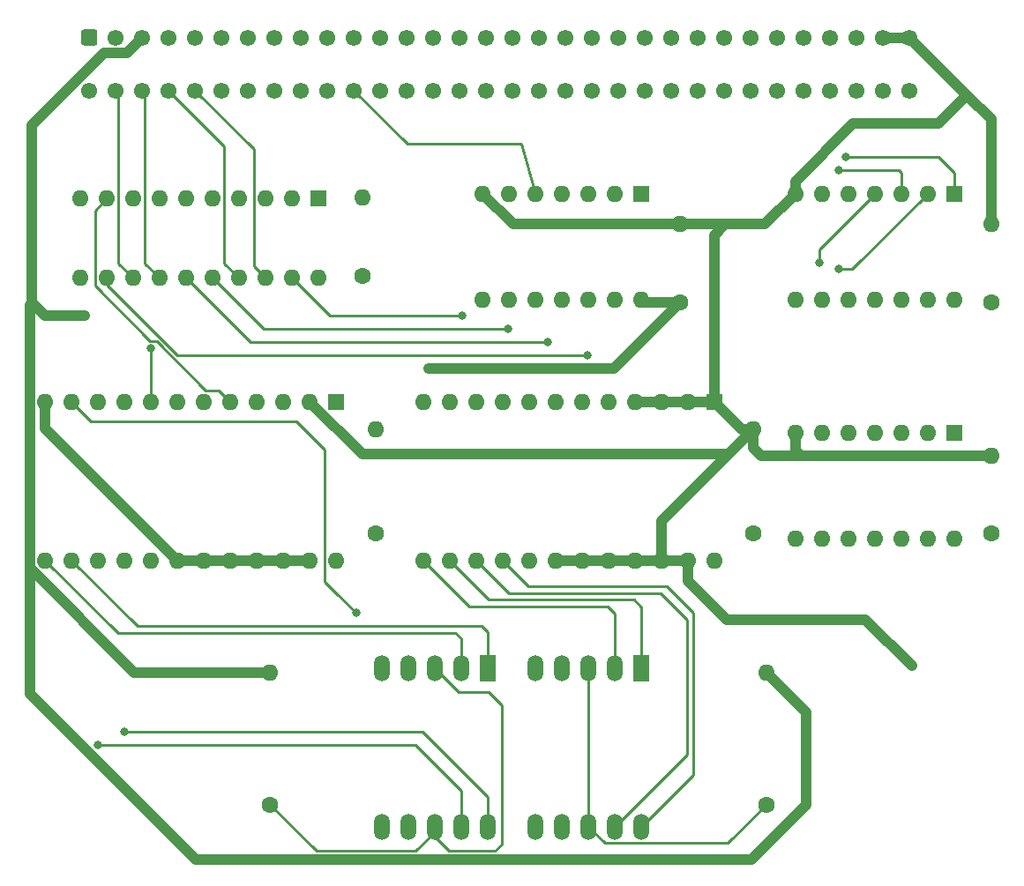
<source format=gbr>
%TF.GenerationSoftware,KiCad,Pcbnew,(5.1.12)-1*%
%TF.CreationDate,2022-04-03T13:26:01+02:00*%
%TF.ProjectId,ec1834-post,65633138-3334-42d7-906f-73742e6b6963,rev?*%
%TF.SameCoordinates,Original*%
%TF.FileFunction,Copper,L1,Top*%
%TF.FilePolarity,Positive*%
%FSLAX46Y46*%
G04 Gerber Fmt 4.6, Leading zero omitted, Abs format (unit mm)*
G04 Created by KiCad (PCBNEW (5.1.12)-1) date 2022-04-03 13:26:01*
%MOMM*%
%LPD*%
G01*
G04 APERTURE LIST*
%TA.AperFunction,ComponentPad*%
%ADD10O,1.600000X1.600000*%
%TD*%
%TA.AperFunction,ComponentPad*%
%ADD11C,1.600000*%
%TD*%
%TA.AperFunction,ComponentPad*%
%ADD12R,1.600000X1.600000*%
%TD*%
%TA.AperFunction,ComponentPad*%
%ADD13C,1.550000*%
%TD*%
%TA.AperFunction,ComponentPad*%
%ADD14R,1.524000X2.524000*%
%TD*%
%TA.AperFunction,ComponentPad*%
%ADD15O,1.524000X2.524000*%
%TD*%
%TA.AperFunction,ViaPad*%
%ADD16C,0.800000*%
%TD*%
%TA.AperFunction,Conductor*%
%ADD17C,0.250000*%
%TD*%
%TA.AperFunction,Conductor*%
%ADD18C,1.000000*%
%TD*%
G04 APERTURE END LIST*
D10*
%TO.P,C1,2*%
%TO.N,GND*%
X85725000Y-43935000D03*
D11*
%TO.P,C1,1*%
%TO.N,+5V*%
X85725000Y-51435000D03*
%TD*%
D10*
%TO.P,U2,14*%
%TO.N,+5V*%
X112000000Y-51160000D03*
%TO.P,U2,7*%
%TO.N,GND*%
X96760000Y-41000000D03*
%TO.P,U2,13*%
%TO.N,A0*%
X109460000Y-51160000D03*
%TO.P,U2,6*%
%TO.N,Net-(U2-Pad6)*%
X99300000Y-41000000D03*
%TO.P,U2,12*%
%TO.N,Net-(U2-Pad12)*%
X106920000Y-51160000D03*
%TO.P,U2,5*%
%TO.N,A7*%
X101840000Y-41000000D03*
%TO.P,U2,11*%
%TO.N,A1*%
X104380000Y-51160000D03*
%TO.P,U2,4*%
%TO.N,Net-(U2-Pad4)*%
X104380000Y-41000000D03*
%TO.P,U2,10*%
%TO.N,Net-(U2-Pad10)*%
X101840000Y-51160000D03*
%TO.P,U2,3*%
%TO.N,A4*%
X106920000Y-41000000D03*
%TO.P,U2,9*%
%TO.N,A2*%
X99300000Y-51160000D03*
%TO.P,U2,2*%
%TO.N,Net-(U2-Pad2)*%
X109460000Y-41000000D03*
%TO.P,U2,8*%
%TO.N,Net-(U2-Pad8)*%
X96760000Y-51160000D03*
D12*
%TO.P,U2,1*%
%TO.N,A3*%
X112000000Y-41000000D03*
%TD*%
D10*
%TO.P,U5,24*%
%TO.N,+5V*%
X52705000Y-76240000D03*
%TO.P,U5,12*%
%TO.N,GND*%
X24765000Y-61000000D03*
%TO.P,U5,23*%
X50165000Y-76240000D03*
%TO.P,U5,11*%
%TO.N,Net-(AFF2-Pad4)*%
X27305000Y-61000000D03*
%TO.P,U5,22*%
%TO.N,GND*%
X47625000Y-76240000D03*
%TO.P,U5,10*%
%TO.N,Net-(AFF2-Pad6)*%
X29845000Y-61000000D03*
%TO.P,U5,21*%
%TO.N,GND*%
X45085000Y-76240000D03*
%TO.P,U5,9*%
%TO.N,Net-(AFF2-Pad7)*%
X32385000Y-61000000D03*
%TO.P,U5,20*%
%TO.N,GND*%
X42545000Y-76240000D03*
%TO.P,U5,8*%
%TO.N,Net-(U4-Pad2)*%
X34925000Y-61000000D03*
%TO.P,U5,19*%
%TO.N,GND*%
X40005000Y-76240000D03*
%TO.P,U5,7*%
%TO.N,Net-(U4-Pad5)*%
X37465000Y-61000000D03*
%TO.P,U5,18*%
%TO.N,GND*%
X37465000Y-76240000D03*
%TO.P,U5,6*%
%TO.N,Net-(U4-Pad6)*%
X40005000Y-61000000D03*
%TO.P,U5,17*%
%TO.N,Net-(U5-Pad17)*%
X34925000Y-76240000D03*
%TO.P,U5,5*%
%TO.N,Net-(U4-Pad9)*%
X42545000Y-61000000D03*
%TO.P,U5,16*%
%TO.N,Net-(AFF2-Pad10)*%
X32385000Y-76240000D03*
%TO.P,U5,4*%
%TO.N,GND*%
X45085000Y-61000000D03*
%TO.P,U5,15*%
%TO.N,Net-(AFF2-Pad9)*%
X29845000Y-76240000D03*
%TO.P,U5,3*%
%TO.N,GND*%
X47625000Y-61000000D03*
%TO.P,U5,14*%
%TO.N,Net-(AFF2-Pad1)*%
X27305000Y-76240000D03*
%TO.P,U5,2*%
%TO.N,GND*%
X50165000Y-61000000D03*
%TO.P,U5,13*%
%TO.N,Net-(AFF2-Pad2)*%
X24765000Y-76240000D03*
D12*
%TO.P,U5,1*%
%TO.N,GND*%
X52705000Y-61000000D03*
%TD*%
D10*
%TO.P,C6,2*%
%TO.N,GND*%
X92710000Y-63660000D03*
D11*
%TO.P,C6,1*%
%TO.N,+5V*%
X92710000Y-73660000D03*
%TD*%
D10*
%TO.P,C5,2*%
%TO.N,GND*%
X56515000Y-63660000D03*
D11*
%TO.P,C5,1*%
%TO.N,+5V*%
X56515000Y-73660000D03*
%TD*%
D10*
%TO.P,C4,2*%
%TO.N,GND*%
X55245000Y-41395000D03*
D11*
%TO.P,C4,1*%
%TO.N,+5V*%
X55245000Y-48895000D03*
%TD*%
D10*
%TO.P,C3,2*%
%TO.N,GND*%
X115570000Y-66160000D03*
D11*
%TO.P,C3,1*%
%TO.N,+5V*%
X115570000Y-73660000D03*
%TD*%
D10*
%TO.P,C2,2*%
%TO.N,GND*%
X115570000Y-43935000D03*
D11*
%TO.P,C2,1*%
%TO.N,+5V*%
X115570000Y-51435000D03*
%TD*%
D10*
%TO.P,U1,14*%
%TO.N,+5V*%
X82000000Y-51160000D03*
%TO.P,U1,7*%
%TO.N,GND*%
X66760000Y-41000000D03*
%TO.P,U1,13*%
%TO.N,Net-(U1-Pad13)*%
X79460000Y-51160000D03*
%TO.P,U1,6*%
%TO.N,Net-(U1-Pad10)*%
X69300000Y-41000000D03*
%TO.P,U1,12*%
%TO.N,Net-(U1-Pad12)*%
X76920000Y-51160000D03*
%TO.P,U1,5*%
%TO.N,AEN*%
X71840000Y-41000000D03*
%TO.P,U1,11*%
%TO.N,Net-(U1-Pad11)*%
X74380000Y-51160000D03*
%TO.P,U1,4*%
X74380000Y-41000000D03*
%TO.P,U1,10*%
%TO.N,Net-(U1-Pad10)*%
X71840000Y-51160000D03*
%TO.P,U1,3*%
%TO.N,Net-(U1-Pad13)*%
X76920000Y-41000000D03*
%TO.P,U1,9*%
%TO.N,IOW*%
X69300000Y-51160000D03*
%TO.P,U1,2*%
%TO.N,A9*%
X79460000Y-41000000D03*
%TO.P,U1,8*%
%TO.N,Net-(U1-Pad8)*%
X66760000Y-51160000D03*
D12*
%TO.P,U1,1*%
%TO.N,A8*%
X82000000Y-41000000D03*
%TD*%
D10*
%TO.P,U4,20*%
%TO.N,+5V*%
X51000000Y-49105000D03*
%TO.P,U4,10*%
%TO.N,GND*%
X28140000Y-41485000D03*
%TO.P,U4,19*%
%TO.N,Net-(U4-Pad19)*%
X48460000Y-49105000D03*
%TO.P,U4,9*%
%TO.N,Net-(U4-Pad9)*%
X30680000Y-41485000D03*
%TO.P,U4,18*%
%TO.N,D4*%
X45920000Y-49105000D03*
%TO.P,U4,8*%
%TO.N,D3*%
X33220000Y-41485000D03*
%TO.P,U4,17*%
%TO.N,D5*%
X43380000Y-49105000D03*
%TO.P,U4,7*%
%TO.N,D2*%
X35760000Y-41485000D03*
%TO.P,U4,16*%
%TO.N,Net-(U4-Pad16)*%
X40840000Y-49105000D03*
%TO.P,U4,6*%
%TO.N,Net-(U4-Pad6)*%
X38300000Y-41485000D03*
%TO.P,U4,15*%
%TO.N,Net-(U4-Pad15)*%
X38300000Y-49105000D03*
%TO.P,U4,5*%
%TO.N,Net-(U4-Pad5)*%
X40840000Y-41485000D03*
%TO.P,U4,14*%
%TO.N,D6*%
X35760000Y-49105000D03*
%TO.P,U4,4*%
%TO.N,D1*%
X43380000Y-41485000D03*
%TO.P,U4,13*%
%TO.N,D7*%
X33220000Y-49105000D03*
%TO.P,U4,3*%
%TO.N,D0*%
X45920000Y-41485000D03*
%TO.P,U4,12*%
%TO.N,Net-(U4-Pad12)*%
X30680000Y-49105000D03*
%TO.P,U4,2*%
%TO.N,Net-(U4-Pad2)*%
X48460000Y-41485000D03*
%TO.P,U4,11*%
%TO.N,Net-(U1-Pad8)*%
X28140000Y-49105000D03*
D12*
%TO.P,U4,1*%
%TO.N,GND*%
X51000000Y-41485000D03*
%TD*%
D13*
%TO.P,U0,c32*%
%TO.N,Net-(U0-Padc32)*%
X107740000Y-31080000D03*
%TO.P,U0,c31*%
%TO.N,A0*%
X105200000Y-31080000D03*
%TO.P,U0,c30*%
%TO.N,A1*%
X102660000Y-31080000D03*
%TO.P,U0,c29*%
%TO.N,A2*%
X100120000Y-31080000D03*
%TO.P,U0,c28*%
%TO.N,A3*%
X97580000Y-31080000D03*
%TO.P,U0,c27*%
%TO.N,A4*%
X95040000Y-31080000D03*
%TO.P,U0,c26*%
%TO.N,A5*%
X92500000Y-31080000D03*
%TO.P,U0,c25*%
%TO.N,A6*%
X89960000Y-31080000D03*
%TO.P,U0,c24*%
%TO.N,A7*%
X87420000Y-31080000D03*
%TO.P,U0,c23*%
%TO.N,A8*%
X84880000Y-31080000D03*
%TO.P,U0,c22*%
%TO.N,A9*%
X82340000Y-31080000D03*
%TO.P,U0,c21*%
%TO.N,Net-(U0-Padc21)*%
X79800000Y-31080000D03*
%TO.P,U0,c20*%
%TO.N,Net-(U0-Padc20)*%
X77260000Y-31080000D03*
%TO.P,U0,c19*%
%TO.N,Net-(U0-Padc19)*%
X74720000Y-31080000D03*
%TO.P,U0,c18*%
%TO.N,Net-(U0-Padc18)*%
X72180000Y-31080000D03*
%TO.P,U0,c17*%
%TO.N,Net-(U0-Padc17)*%
X69640000Y-31080000D03*
%TO.P,U0,c16*%
%TO.N,Net-(U0-Padc16)*%
X67100000Y-31080000D03*
%TO.P,U0,c15*%
%TO.N,Net-(U0-Padc15)*%
X64560000Y-31080000D03*
%TO.P,U0,c14*%
%TO.N,Net-(U0-Padc14)*%
X62020000Y-31080000D03*
%TO.P,U0,c13*%
%TO.N,Net-(U0-Padc13)*%
X59480000Y-31080000D03*
%TO.P,U0,c12*%
%TO.N,Net-(U0-Padc12)*%
X56940000Y-31080000D03*
%TO.P,U0,c11*%
%TO.N,AEN*%
X54400000Y-31080000D03*
%TO.P,U0,c10*%
%TO.N,Net-(U0-Padc10)*%
X51860000Y-31080000D03*
%TO.P,U0,c9*%
%TO.N,D0*%
X49320000Y-31080000D03*
%TO.P,U0,c8*%
%TO.N,D1*%
X46780000Y-31080000D03*
%TO.P,U0,c7*%
%TO.N,D2*%
X44240000Y-31080000D03*
%TO.P,U0,c6*%
%TO.N,D3*%
X41700000Y-31080000D03*
%TO.P,U0,c5*%
%TO.N,D4*%
X39160000Y-31080000D03*
%TO.P,U0,c4*%
%TO.N,D5*%
X36620000Y-31080000D03*
%TO.P,U0,c3*%
%TO.N,D6*%
X34080000Y-31080000D03*
%TO.P,U0,c2*%
%TO.N,D7*%
X31540000Y-31080000D03*
%TO.P,U0,c1*%
%TO.N,Net-(U0-Padc1)*%
X29000000Y-31080000D03*
%TO.P,U0,a32*%
%TO.N,GND*%
X107740000Y-26000000D03*
%TO.P,U0,a31*%
X105200000Y-26000000D03*
%TO.P,U0,a30*%
%TO.N,Net-(U0-Pada30)*%
X102660000Y-26000000D03*
%TO.P,U0,a29*%
%TO.N,Net-(U0-Pada29)*%
X100120000Y-26000000D03*
%TO.P,U0,a28*%
%TO.N,Net-(U0-Pada28)*%
X97580000Y-26000000D03*
%TO.P,U0,a27*%
%TO.N,Net-(U0-Pada27)*%
X95040000Y-26000000D03*
%TO.P,U0,a26*%
%TO.N,Net-(U0-Pada26)*%
X92500000Y-26000000D03*
%TO.P,U0,a25*%
%TO.N,Net-(U0-Pada25)*%
X89960000Y-26000000D03*
%TO.P,U0,a24*%
%TO.N,Net-(U0-Pada24)*%
X87420000Y-26000000D03*
%TO.P,U0,a23*%
%TO.N,Net-(U0-Pada23)*%
X84880000Y-26000000D03*
%TO.P,U0,a22*%
%TO.N,Net-(U0-Pada22)*%
X82340000Y-26000000D03*
%TO.P,U0,a21*%
%TO.N,Net-(U0-Pada21)*%
X79800000Y-26000000D03*
%TO.P,U0,a20*%
%TO.N,Net-(U0-Pada20)*%
X77260000Y-26000000D03*
%TO.P,U0,a19*%
%TO.N,Net-(U0-Pada19)*%
X74720000Y-26000000D03*
%TO.P,U0,a18*%
%TO.N,Net-(U0-Pada18)*%
X72180000Y-26000000D03*
%TO.P,U0,a17*%
%TO.N,Net-(U0-Pada17)*%
X69640000Y-26000000D03*
%TO.P,U0,a16*%
%TO.N,Net-(U0-Pada16)*%
X67100000Y-26000000D03*
%TO.P,U0,a15*%
%TO.N,Net-(U0-Pada15)*%
X64560000Y-26000000D03*
%TO.P,U0,a14*%
%TO.N,Net-(U0-Pada14)*%
X62020000Y-26000000D03*
%TO.P,U0,a13*%
%TO.N,IOW*%
X59480000Y-26000000D03*
%TO.P,U0,a12*%
%TO.N,Net-(U0-Pada12)*%
X56940000Y-26000000D03*
%TO.P,U0,a11*%
%TO.N,Net-(U0-Pada11)*%
X54400000Y-26000000D03*
%TO.P,U0,a10*%
%TO.N,Net-(U0-Pada10)*%
X51860000Y-26000000D03*
%TO.P,U0,a9*%
%TO.N,Net-(U0-Pada9)*%
X49320000Y-26000000D03*
%TO.P,U0,a8*%
%TO.N,Net-(U0-Pada8)*%
X46780000Y-26000000D03*
%TO.P,U0,a7*%
%TO.N,Net-(U0-Pada7)*%
X44240000Y-26000000D03*
%TO.P,U0,a6*%
%TO.N,Net-(U0-Pada6)*%
X41700000Y-26000000D03*
%TO.P,U0,a5*%
%TO.N,Net-(U0-Pada5)*%
X39160000Y-26000000D03*
%TO.P,U0,a4*%
%TO.N,Net-(U0-Pada4)*%
X36620000Y-26000000D03*
%TO.P,U0,a3*%
%TO.N,+5V*%
X34080000Y-26000000D03*
%TO.P,U0,a2*%
%TO.N,Net-(U0-Pada2)*%
X31540000Y-26000000D03*
%TO.P,U0,a1*%
%TO.N,GND*%
%TA.AperFunction,ComponentPad*%
G36*
G01*
X28225000Y-26525002D02*
X28225000Y-25474998D01*
G75*
G02*
X28474998Y-25225000I249998J0D01*
G01*
X29525002Y-25225000D01*
G75*
G02*
X29775000Y-25474998I0J-249998D01*
G01*
X29775000Y-26525002D01*
G75*
G02*
X29525002Y-26775000I-249998J0D01*
G01*
X28474998Y-26775000D01*
G75*
G02*
X28225000Y-26525002I0J249998D01*
G01*
G37*
%TD.AperFunction*%
%TD*%
D10*
%TO.P,U6,24*%
%TO.N,+5V*%
X89000000Y-76240000D03*
%TO.P,U6,12*%
%TO.N,GND*%
X61060000Y-61000000D03*
%TO.P,U6,23*%
X86460000Y-76240000D03*
%TO.P,U6,11*%
%TO.N,Net-(AFF1-Pad4)*%
X63600000Y-61000000D03*
%TO.P,U6,22*%
%TO.N,GND*%
X83920000Y-76240000D03*
%TO.P,U6,10*%
%TO.N,Net-(AFF1-Pad6)*%
X66140000Y-61000000D03*
%TO.P,U6,21*%
%TO.N,GND*%
X81380000Y-76240000D03*
%TO.P,U6,9*%
%TO.N,Net-(AFF1-Pad7)*%
X68680000Y-61000000D03*
%TO.P,U6,20*%
%TO.N,GND*%
X78840000Y-76240000D03*
%TO.P,U6,8*%
%TO.N,Net-(U4-Pad19)*%
X71220000Y-61000000D03*
%TO.P,U6,19*%
%TO.N,GND*%
X76300000Y-76240000D03*
%TO.P,U6,7*%
%TO.N,Net-(U4-Pad16)*%
X73760000Y-61000000D03*
%TO.P,U6,18*%
%TO.N,GND*%
X73760000Y-76240000D03*
%TO.P,U6,6*%
%TO.N,Net-(U4-Pad15)*%
X76300000Y-61000000D03*
%TO.P,U6,17*%
%TO.N,Net-(U6-Pad17)*%
X71220000Y-76240000D03*
%TO.P,U6,5*%
%TO.N,Net-(U4-Pad12)*%
X78840000Y-61000000D03*
%TO.P,U6,16*%
%TO.N,Net-(AFF1-Pad10)*%
X68680000Y-76240000D03*
%TO.P,U6,4*%
%TO.N,GND*%
X81380000Y-61000000D03*
%TO.P,U6,15*%
%TO.N,Net-(AFF1-Pad9)*%
X66140000Y-76240000D03*
%TO.P,U6,3*%
%TO.N,GND*%
X83920000Y-61000000D03*
%TO.P,U6,14*%
%TO.N,Net-(AFF1-Pad1)*%
X63600000Y-76240000D03*
%TO.P,U6,2*%
%TO.N,GND*%
X86460000Y-61000000D03*
%TO.P,U6,13*%
%TO.N,Net-(AFF1-Pad2)*%
X61060000Y-76240000D03*
D12*
%TO.P,U6,1*%
%TO.N,GND*%
X89000000Y-61000000D03*
%TD*%
D10*
%TO.P,U3,14*%
%TO.N,+5V*%
X112000000Y-74160000D03*
%TO.P,U3,7*%
%TO.N,GND*%
X96760000Y-64000000D03*
%TO.P,U3,13*%
%TO.N,N/C*%
X109460000Y-74160000D03*
%TO.P,U3,6*%
%TO.N,Net-(U2-Pad6)*%
X99300000Y-64000000D03*
%TO.P,U3,12*%
%TO.N,A5*%
X106920000Y-74160000D03*
%TO.P,U3,5*%
%TO.N,Net-(U2-Pad4)*%
X101840000Y-64000000D03*
%TO.P,U3,11*%
%TO.N,A6*%
X104380000Y-74160000D03*
%TO.P,U3,4*%
%TO.N,Net-(U2-Pad2)*%
X104380000Y-64000000D03*
%TO.P,U3,10*%
%TO.N,N/C*%
X101840000Y-74160000D03*
%TO.P,U3,3*%
%TO.N,Net-(U2-Pad8)*%
X106920000Y-64000000D03*
%TO.P,U3,9*%
%TO.N,N/C*%
X99300000Y-74160000D03*
%TO.P,U3,2*%
%TO.N,Net-(U2-Pad10)*%
X109460000Y-64000000D03*
%TO.P,U3,8*%
%TO.N,Net-(U1-Pad12)*%
X96760000Y-74160000D03*
D12*
%TO.P,U3,1*%
%TO.N,Net-(U2-Pad12)*%
X112000000Y-64000000D03*
%TD*%
D10*
%TO.P,R2,2*%
%TO.N,+5V*%
X93980000Y-86995000D03*
D11*
%TO.P,R2,1*%
%TO.N,Net-(AFF1-Pad3)*%
X93980000Y-99695000D03*
%TD*%
D10*
%TO.P,R1,2*%
%TO.N,+5V*%
X46355000Y-86995000D03*
D11*
%TO.P,R1,1*%
%TO.N,Net-(AFF2-Pad3)*%
X46355000Y-99695000D03*
%TD*%
D14*
%TO.P,AFF2,1*%
%TO.N,Net-(AFF2-Pad1)*%
X67210000Y-86555000D03*
D15*
%TO.P,AFF2,2*%
%TO.N,Net-(AFF2-Pad2)*%
X64670000Y-86555000D03*
%TO.P,AFF2,3*%
%TO.N,Net-(AFF2-Pad3)*%
X62130000Y-86555000D03*
%TO.P,AFF2,4*%
%TO.N,Net-(AFF2-Pad4)*%
X59590000Y-86555000D03*
%TO.P,AFF2,5*%
%TO.N,Net-(AFF2-Pad5)*%
X57050000Y-86555000D03*
%TO.P,AFF2,6*%
%TO.N,Net-(AFF2-Pad6)*%
X57050000Y-101795000D03*
%TO.P,AFF2,7*%
%TO.N,Net-(AFF2-Pad7)*%
X59590000Y-101795000D03*
%TO.P,AFF2,8*%
%TO.N,Net-(AFF2-Pad3)*%
X62130000Y-101795000D03*
%TO.P,AFF2,9*%
%TO.N,Net-(AFF2-Pad9)*%
X64670000Y-101795000D03*
%TO.P,AFF2,10*%
%TO.N,Net-(AFF2-Pad10)*%
X67210000Y-101795000D03*
%TD*%
D14*
%TO.P,AFF1,1*%
%TO.N,Net-(AFF1-Pad1)*%
X82000000Y-86555000D03*
D15*
%TO.P,AFF1,2*%
%TO.N,Net-(AFF1-Pad2)*%
X79460000Y-86555000D03*
%TO.P,AFF1,3*%
%TO.N,Net-(AFF1-Pad3)*%
X76920000Y-86555000D03*
%TO.P,AFF1,4*%
%TO.N,Net-(AFF1-Pad4)*%
X74380000Y-86555000D03*
%TO.P,AFF1,5*%
%TO.N,Net-(AFF1-Pad5)*%
X71840000Y-86555000D03*
%TO.P,AFF1,6*%
%TO.N,Net-(AFF1-Pad6)*%
X71840000Y-101795000D03*
%TO.P,AFF1,7*%
%TO.N,Net-(AFF1-Pad7)*%
X74380000Y-101795000D03*
%TO.P,AFF1,8*%
%TO.N,Net-(AFF1-Pad3)*%
X76920000Y-101795000D03*
%TO.P,AFF1,9*%
%TO.N,Net-(AFF1-Pad9)*%
X79460000Y-101795000D03*
%TO.P,AFF1,10*%
%TO.N,Net-(AFF1-Pad10)*%
X82000000Y-101795000D03*
%TD*%
D16*
%TO.N,Net-(AFF2-Pad4)*%
X54610000Y-81280000D03*
%TO.N,Net-(AFF2-Pad9)*%
X29845000Y-93980000D03*
%TO.N,Net-(AFF2-Pad10)*%
X32385000Y-92710000D03*
%TO.N,+5V*%
X28575000Y-52705000D03*
X61595000Y-57785000D03*
%TO.N,A3*%
X101600000Y-37465000D03*
%TO.N,A4*%
X100965000Y-38735000D03*
%TO.N,GND*%
X107950000Y-86360000D03*
X99060000Y-81915000D03*
%TO.N,Net-(U2-Pad4)*%
X99060000Y-47625000D03*
%TO.N,Net-(U2-Pad2)*%
X100965000Y-48260000D03*
%TO.N,Net-(U4-Pad19)*%
X64770000Y-52705000D03*
%TO.N,Net-(U4-Pad16)*%
X69215000Y-53975000D03*
%TO.N,Net-(U4-Pad15)*%
X73025000Y-55245000D03*
%TO.N,Net-(U4-Pad12)*%
X76835000Y-56515000D03*
%TO.N,Net-(U4-Pad2)*%
X34925000Y-55880000D03*
%TD*%
D17*
%TO.N,Net-(AFF1-Pad1)*%
X67370705Y-80010705D02*
X80645000Y-80010000D01*
X63600000Y-76240000D02*
X67370705Y-80010705D01*
X80645000Y-80010000D02*
X81280000Y-80010000D01*
X82000000Y-80730000D02*
X82000000Y-86555000D01*
X81280000Y-80010000D02*
X82000000Y-80730000D01*
%TO.N,Net-(AFF1-Pad2)*%
X61060000Y-76240000D02*
X65465000Y-80645000D01*
X65465000Y-80645000D02*
X78740000Y-80645000D01*
X79460000Y-81365000D02*
X79460000Y-86555000D01*
X78740000Y-80645000D02*
X79460000Y-81365000D01*
%TO.N,Net-(AFF1-Pad3)*%
X76920000Y-86555000D02*
X76920000Y-101795000D01*
X90292990Y-103382010D02*
X93980000Y-99695000D01*
X78507010Y-103382010D02*
X90292990Y-103382010D01*
X76920000Y-101795000D02*
X78507010Y-103382010D01*
%TO.N,Net-(AFF1-Pad9)*%
X66140000Y-76240000D02*
X69275000Y-79375000D01*
X69275000Y-79375000D02*
X83820000Y-79375000D01*
X83820000Y-79375000D02*
X86360000Y-81915000D01*
X86360000Y-94895000D02*
X79460000Y-101795000D01*
X86360000Y-81915000D02*
X86360000Y-94895000D01*
%TO.N,Net-(AFF1-Pad10)*%
X68680000Y-76240000D02*
X71180000Y-78740000D01*
X71180000Y-78740000D02*
X84455000Y-78740000D01*
X84455000Y-78740000D02*
X86995000Y-81280000D01*
X86995000Y-96800000D02*
X82000000Y-101795000D01*
X86995000Y-81280000D02*
X86995000Y-96800000D01*
%TO.N,Net-(AFF2-Pad1)*%
X33655000Y-82550000D02*
X27305000Y-76240000D01*
X66675000Y-82550000D02*
X33655000Y-82550000D01*
X67210000Y-83085000D02*
X66675000Y-82550000D01*
X67210000Y-86555000D02*
X67210000Y-83085000D01*
%TO.N,Net-(AFF2-Pad2)*%
X64670000Y-83720000D02*
X64670000Y-86555000D01*
X31750000Y-83185000D02*
X64135000Y-83185000D01*
X64135000Y-83185000D02*
X64670000Y-83720000D01*
X24765000Y-76240000D02*
X31750000Y-83185000D01*
%TO.N,Net-(AFF2-Pad3)*%
X62130000Y-101795000D02*
X62130000Y-102335000D01*
X62130000Y-102335000D02*
X60325000Y-104140000D01*
X50800000Y-104140000D02*
X46355000Y-99695000D01*
X60325000Y-104140000D02*
X50800000Y-104140000D01*
X68580000Y-90170000D02*
X67310000Y-88900000D01*
X64475000Y-88900000D02*
X62130000Y-86555000D01*
X67945000Y-104140000D02*
X68580000Y-103505000D01*
X63500000Y-104140000D02*
X67945000Y-104140000D01*
X68580000Y-103505000D02*
X68580000Y-90170000D01*
X62130000Y-102770000D02*
X63500000Y-104140000D01*
X67310000Y-88900000D02*
X64475000Y-88900000D01*
X62130000Y-101795000D02*
X62130000Y-102770000D01*
%TO.N,Net-(AFF2-Pad4)*%
X27305000Y-61000000D02*
X29170000Y-62865000D01*
X29170000Y-62865000D02*
X48895000Y-62865000D01*
X51579999Y-65549999D02*
X51579999Y-78249999D01*
X48895000Y-62865000D02*
X51579999Y-65549999D01*
X51579999Y-78249999D02*
X52705000Y-79375000D01*
X52705000Y-79375000D02*
X52705000Y-79375000D01*
X52705000Y-79375000D02*
X54610000Y-81280000D01*
%TO.N,Net-(AFF2-Pad9)*%
X60325000Y-93980000D02*
X29845000Y-93980000D01*
X64670000Y-98325000D02*
X60325000Y-93980000D01*
X64670000Y-101795000D02*
X64670000Y-98325000D01*
%TO.N,Net-(AFF2-Pad10)*%
X60960000Y-92710000D02*
X32385000Y-92710000D01*
X67210000Y-98960000D02*
X60960000Y-92710000D01*
X67210000Y-101795000D02*
X67210000Y-98960000D01*
D18*
%TO.N,+5V*%
X23495000Y-34401998D02*
X23495000Y-50165000D01*
X30421988Y-27475010D02*
X23495000Y-34401998D01*
X32604990Y-27475010D02*
X30421988Y-27475010D01*
X34080000Y-26000000D02*
X32604990Y-27475010D01*
X23495000Y-50165000D02*
X23495000Y-51435000D01*
X23495000Y-51435000D02*
X24765000Y-52705000D01*
X24765000Y-52705000D02*
X28575000Y-52705000D01*
X28575000Y-52705000D02*
X28575000Y-52705000D01*
X33299998Y-86995000D02*
X46355000Y-86995000D01*
X23264999Y-76960001D02*
X33299998Y-86995000D01*
X23264999Y-51665001D02*
X23264999Y-76960001D01*
X23495000Y-51435000D02*
X23264999Y-51665001D01*
X92519990Y-104965010D02*
X97790000Y-99695000D01*
X97790000Y-90805000D02*
X93980000Y-86995000D01*
X39202008Y-104965010D02*
X92519990Y-104965010D01*
X97790000Y-99695000D02*
X97790000Y-90805000D01*
X23264999Y-89028001D02*
X39202008Y-104965010D01*
X23264999Y-76960001D02*
X23264999Y-89028001D01*
X79375000Y-57785000D02*
X85725000Y-51435000D01*
X61595000Y-57785000D02*
X79375000Y-57785000D01*
X82275000Y-51435000D02*
X82000000Y-51160000D01*
X85725000Y-51435000D02*
X82275000Y-51435000D01*
D17*
%TO.N,A1*%
X102660000Y-31080000D02*
X102965001Y-31385001D01*
%TO.N,A2*%
X100120000Y-31080000D02*
X100425001Y-31385001D01*
%TO.N,A3*%
X111760000Y-38735000D02*
X111760000Y-38735000D01*
X110490000Y-37465000D02*
X101600000Y-37465000D01*
X112000000Y-38975000D02*
X110490000Y-37465000D01*
X112000000Y-41000000D02*
X112000000Y-38975000D01*
%TO.N,A4*%
X106920000Y-41000000D02*
X106920000Y-38975000D01*
X106920000Y-38975000D02*
X106680000Y-38735000D01*
X106680000Y-38735000D02*
X106680000Y-38735000D01*
X106680000Y-38735000D02*
X100965000Y-38735000D01*
%TO.N,AEN*%
X70485000Y-36195000D02*
X71840000Y-41000000D01*
X59515000Y-36195000D02*
X70485000Y-36195000D01*
X54400000Y-31080000D02*
X59515000Y-36195000D01*
%TO.N,D4*%
X44794999Y-47979999D02*
X45920000Y-49105000D01*
X44794999Y-36714999D02*
X44794999Y-47979999D01*
X39160000Y-31080000D02*
X44794999Y-36714999D01*
%TO.N,D5*%
X41965001Y-47690001D02*
X43380000Y-49105000D01*
X41965001Y-36425001D02*
X41965001Y-47690001D01*
X36620000Y-31080000D02*
X41965001Y-36425001D01*
%TO.N,D6*%
X34345001Y-47690001D02*
X35760000Y-49105000D01*
X34345001Y-31345001D02*
X34345001Y-47690001D01*
X34080000Y-31080000D02*
X34345001Y-31345001D01*
%TO.N,D7*%
X31805001Y-47690001D02*
X33220000Y-49105000D01*
X31805001Y-31345001D02*
X31805001Y-47690001D01*
X31540000Y-31080000D02*
X31805001Y-31345001D01*
D18*
%TO.N,GND*%
X24765000Y-63540000D02*
X37465000Y-76240000D01*
X24765000Y-61000000D02*
X24765000Y-63540000D01*
X37465000Y-76240000D02*
X40005000Y-76240000D01*
X40005000Y-76240000D02*
X42545000Y-76240000D01*
X42545000Y-76240000D02*
X45085000Y-76240000D01*
X45085000Y-76240000D02*
X47625000Y-76240000D01*
X47625000Y-76240000D02*
X50165000Y-76240000D01*
X50165000Y-61000000D02*
X55205000Y-66040000D01*
X90330000Y-66040000D02*
X92710000Y-63660000D01*
X55205000Y-66040000D02*
X90330000Y-66040000D01*
X91660000Y-63660000D02*
X89000000Y-61000000D01*
X92710000Y-63660000D02*
X91660000Y-63660000D01*
X89000000Y-61000000D02*
X86460000Y-61000000D01*
X83920000Y-61000000D02*
X81380000Y-61000000D01*
X92710000Y-63660000D02*
X92710000Y-65405000D01*
X92710000Y-65405000D02*
X93465000Y-66160000D01*
X96760000Y-65645000D02*
X97275000Y-66160000D01*
X96760000Y-64000000D02*
X96760000Y-65645000D01*
X93465000Y-66160000D02*
X97275000Y-66160000D01*
X115570000Y-33830000D02*
X115570000Y-43935000D01*
X69695000Y-43935000D02*
X85090000Y-43935000D01*
X66760000Y-41000000D02*
X69695000Y-43935000D01*
X93825000Y-43935000D02*
X96760000Y-41000000D01*
X105200000Y-26000000D02*
X107740000Y-26000000D01*
X86460000Y-61000000D02*
X83920000Y-61000000D01*
X73760000Y-76240000D02*
X76300000Y-76240000D01*
X76300000Y-76240000D02*
X78840000Y-76240000D01*
X78840000Y-76240000D02*
X81380000Y-76240000D01*
X81380000Y-76240000D02*
X83920000Y-76240000D01*
X83920000Y-76240000D02*
X86460000Y-76240000D01*
X83920000Y-72450000D02*
X90330000Y-66040000D01*
X83920000Y-76240000D02*
X83920000Y-72450000D01*
X96760000Y-39868630D02*
X102338630Y-34290000D01*
X96760000Y-41000000D02*
X96760000Y-39868630D01*
X110490000Y-34290000D02*
X113260000Y-31520000D01*
X102338630Y-34290000D02*
X110490000Y-34290000D01*
X113260000Y-31520000D02*
X115570000Y-33830000D01*
X107740000Y-26000000D02*
X113260000Y-31520000D01*
X89000000Y-44985000D02*
X90050000Y-43935000D01*
X89000000Y-61000000D02*
X89000000Y-44985000D01*
X90050000Y-43935000D02*
X85090000Y-43935000D01*
X93825000Y-43935000D02*
X90050000Y-43935000D01*
X115570000Y-66160000D02*
X97275000Y-66160000D01*
X86460000Y-76240000D02*
X86460000Y-78205000D01*
X86460000Y-78205000D02*
X90170000Y-81915000D01*
X90170000Y-81915000D02*
X99060000Y-81915000D01*
X103505000Y-81915000D02*
X107950000Y-86360000D01*
X107950000Y-86360000D02*
X107950000Y-86360000D01*
X99060000Y-81915000D02*
X103505000Y-81915000D01*
D17*
%TO.N,Net-(U2-Pad4)*%
X99060000Y-46320000D02*
X104380000Y-41000000D01*
X99060000Y-47625000D02*
X99060000Y-46320000D01*
%TO.N,Net-(U2-Pad2)*%
X102200000Y-48260000D02*
X109460000Y-41000000D01*
X100965000Y-48260000D02*
X102200000Y-48260000D01*
%TO.N,Net-(U4-Pad19)*%
X52060000Y-52705000D02*
X48460000Y-49105000D01*
X64770000Y-52705000D02*
X52060000Y-52705000D01*
%TO.N,Net-(U4-Pad9)*%
X41419999Y-59874999D02*
X42545000Y-61000000D01*
X35468589Y-55154999D02*
X40188589Y-59874999D01*
X34834999Y-55154999D02*
X35468589Y-55154999D01*
X40188589Y-59874999D02*
X41419999Y-59874999D01*
X29554999Y-49874999D02*
X34834999Y-55154999D01*
X29554999Y-42610001D02*
X29554999Y-49874999D01*
X30680000Y-41485000D02*
X29554999Y-42610001D01*
%TO.N,Net-(U4-Pad16)*%
X45710000Y-53975000D02*
X40840000Y-49105000D01*
X69215000Y-53975000D02*
X45710000Y-53975000D01*
%TO.N,Net-(U4-Pad15)*%
X44440000Y-55245000D02*
X38300000Y-49105000D01*
X73025000Y-55245000D02*
X44440000Y-55245000D01*
%TO.N,Net-(U4-Pad12)*%
X30680000Y-49730000D02*
X30680000Y-49105000D01*
X37465000Y-56515000D02*
X30680000Y-49730000D01*
X76835000Y-56515000D02*
X76835000Y-56515000D01*
X76835000Y-56515000D02*
X37465000Y-56515000D01*
%TO.N,Net-(U4-Pad2)*%
X34925000Y-55880000D02*
X34925000Y-61000000D01*
%TD*%
M02*

</source>
